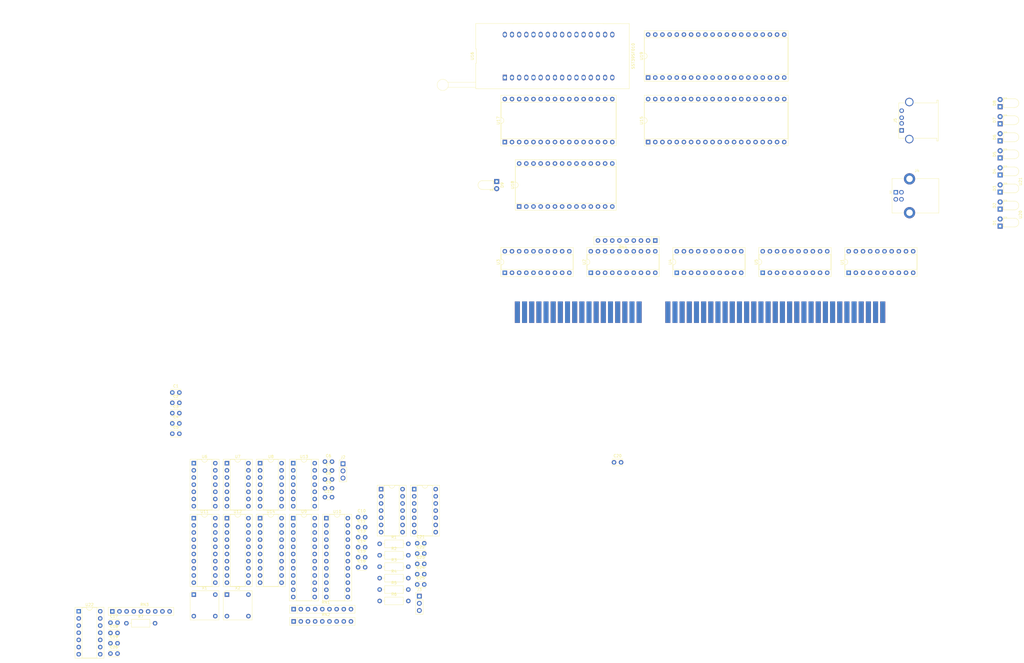
<source format=kicad_pcb>
(kicad_pcb (version 20221018) (generator pcbnew)
  (layers (0 "F.Cu" signal) (31 "B.Cu" signal) (34 "B.Paste" user) (35 "F.Paste" user) (36 "B.SilkS" user "B.Silkscreen") (37 "F.SilkS" user "F.Silkscreen") (38 "B.Mask" user) (39 "F.Mask" user) (44 "Edge.Cuts" user))
  (net 0 "")
  (net 1 "+5V")
  (net 2 "GND")
  (net 3 "Net-(D3-K)")
  (net 4 "Net-(D4-K)")
  (net 5 "Net-(D5-K)")
  (net 6 "Net-(D6-K)")
  (net 7 "D7")
  (net 8 "D6")
  (net 9 "D5")
  (net 10 "D4")
  (net 11 "D3")
  (net 12 "/MOSI")
  (net 13 "/MISO")
  (net 14 "/SCLK")
  (net 15 "/SDA")
  (net 16 "/SCL")
  (net 17 "D2")
  (net 18 "D1")
  (net 19 "D0")
  (net 20 "A15")
  (net 21 "A14")
  (net 22 "A13")
  (net 23 "A12")
  (net 24 "A11")
  (net 25 "A10")
  (net 26 "A9")
  (net 27 "A8")
  (net 28 "A7")
  (net 29 "A6")
  (net 30 "A5")
  (net 31 "A4")
  (net 32 "A3")
  (net 33 "A2")
  (net 34 "A1")
  (net 35 "+3V3")
  (net 36 "A0")
  (net 37 "-12V")
  (net 38 "~{RESET}")
  (net 39 "+12V")
  (net 40 "~{IRQ}2")
  (net 41 "~{M1}")
  (net 42 "CLK2")
  (net 43 "~{MREQ}")
  (net 44 "~{IORQ}")
  (net 45 "~{WR}")
  (net 46 "~{RD}")
  (net 47 "~{BUSRQ}")
  (net 48 "~{BUSAK}")
  (net 49 "~{WAIT}")
  (net 50 "~{HALT}")
  (net 51 "CLK")
  (net 52 "~{IRQ}7")
  (net 53 "~{IRQ}6")
  (net 54 "~{IRQ}5")
  (net 55 "~{IRQ}4")
  (net 56 "~{IRQ}3")
  (net 57 "~{NMI}")
  (net 59 "CTCLK1")
  (net 60 "~{CLK}")
  (net 61 "/TX2")
  (net 62 "BA21")
  (net 63 "BA20")
  (net 64 "BA19")
  (net 65 "BA18")
  (net 66 "BA17")
  (net 67 "BA16")
  (net 68 "BA15")
  (net 69 "/RX2")
  (net 70 "/D8")
  (net 71 "/D9")
  (net 72 "/D10")
  (net 73 "/D11")
  (net 74 "/D12")
  (net 75 "/D13")
  (net 76 "/D14")
  (net 77 "/D15")
  (net 78 "~{IRQ}8")
  (net 79 "~{IRQ}9")
  (net 80 "~{IRQ}10")
  (net 81 "~{IRQ}11")
  (net 82 "~{IRQ}12")
  (net 83 "~{IRQ}13")
  (net 84 "~{IRQ}14")
  (net 85 "~{IRQ}15")
  (net 86 "/USR1")
  (net 87 "/USR2")
  (net 88 "/USR3")
  (net 89 "/USR4")
  (net 90 "/USR5")
  (net 91 "/USR6")
  (net 92 "/USR7")
  (net 93 "~{IRQ}0")
  (net 94 "~{IRQ}1")
  (net 95 "CTC_IEI")
  (net 96 "~{INT}")
  (net 97 "~{ROM_CS}")
  (net 98 "~{RAM_OE}")
  (net 99 "~{CTC_CS}")
  (net 100 "Net-(U20-VUSB)")
  (net 101 "Net-(U21-VUSB)")
  (net 102 "Net-(D9-A)")
  (net 103 "/BufD7")
  (net 104 "/BufD6")
  (net 105 "/BufD5")
  (net 106 "/BufD4")
  (net 107 "/BufD3")
  (net 108 "Net-(D7-K)")
  (net 109 "Net-(D8-K)")
  (net 110 "~{MODE1}")
  (net 111 "/Glue Logic/~{MODE0{slash}2}")
  (net 112 "Net-(D1-K)")
  (net 113 "R_FTRA")
  (net 114 "Net-(D2-K)")
  (net 115 "R_FTRB")
  (net 116 "Net-(D3-A)")
  (net 117 "Net-(D4-A)")
  (net 118 "Net-(D5-A)")
  (net 119 "Net-(D6-A)")
  (net 120 "/Glue Logic/~{ROM_SEL}")
  (net 121 "/Glue Logic/~{RAM_SEL}")
  (net 122 "Net-(D7-A)")
  (net 123 "Net-(D8-A)")
  (net 124 "CTCLK0")
  (net 125 "/TX")
  (net 126 "/RX")
  (net 127 "Net-(J3-Pin_2)")
  (net 129 "~{BANK_RD}")
  (net 130 "~{SIO_CS}")
  (net 132 "~{RAM_CS}")
  (net 133 "/SIO/D1-")
  (net 134 "/SIO/D1+")
  (net 135 "/SIO/D2-")
  (net 136 "/SIO/D2+")
  (net 137 "/BufD2")
  (net 138 "/BufD1")
  (net 139 "/BufD0")
  (net 140 "/IEO")
  (net 141 "/BufA15")
  (net 142 "/BufA14")
  (net 143 "/BufA13")
  (net 144 "/BufA12")
  (net 145 "/BufA11")
  (net 146 "/BufA10")
  (net 147 "/BufA9")
  (net 148 "/BufA8")
  (net 149 "/BufA7")
  (net 150 "/BufA6")
  (net 151 "/BufA5")
  (net 152 "/BufA4")
  (net 153 "/BufA3")
  (net 154 "/BufA2")
  (net 155 "/BufA1")
  (net 156 "/BufA0")
  (net 157 "/~{BufM1}")
  (net 158 "/~{BufMREQ}")
  (net 159 "/~{BufIORQ}")
  (net 160 "/~{BufWR}")
  (net 161 "/~{BufRD}")
  (net 162 "BUS_IEI")
  (net 163 "/~{BufBUSRQ}")
  (net 164 "/~{BufBUSAK}")
  (net 165 "/~{BufWAIT}")
  (net 166 "/~{BufHALT}")
  (net 167 "/USR8")
  (net 168 "Net-(J2-Pin_2)")
  (net 169 "Net-(R7-Pad2)")
  (net 170 "/R8")
  (net 171 "/R7")
  (net 172 "/R6")
  (net 173 "/R5")
  (net 174 "/R4")
  (net 175 "/R3")
  (net 176 "/R2")
  (net 177 "/R1")
  (net 178 "DIR")
  (net 184 "Net-(U7A-C)")
  (net 185 "Net-(U7B-D)")
  (net 186 "Net-(U7B-C)")
  (net 188 "Net-(U11-D4)")
  (net 189 "Net-(U11-D3)")
  (net 190 "Net-(U11-D2)")
  (net 191 "Net-(U11-D1)")
  (net 192 "BANK_WR")
  (net 193 "Net-(U12-Q0)")
  (net 194 "Net-(U12-Q1)")
  (net 195 "Net-(U12-Q2)")
  (net 196 "Net-(U12-Q3)")
  (net 201 "Net-(U18-CLK{slash}TRG3)")
  (net 205 "Net-(U19-RxDA)")
  (net 206 "Net-(U19-TxDA)")
  (net 209 "Net-(U19-TxDB)")
  (net 210 "Net-(U19-RxDB)")
  (footprint "LED_THT:LED_D3.0mm_Horizontal_O1.27mm_Z2.0mm_Clear" (layer "F.Cu") (at 275.882053 75.204553 90)
    (fp_text reference "D6")
    (fp_text value "TX2")
  )
  (footprint "Capacitor_THT:C_Disc_D3.0mm_W2.0mm_P2.50mm" (layer "F.Cu") (at 48.244053 215.744553)
    (fp_text reference "C13")
    (fp_text value "1µF")
  )
  (footprint "Resistor_THT:R_Array_SIP9" (layer "F.Cu") (at -38.905947 242.044553)
    (fp_text reference "RN3")
    (fp_text value "3K3")
  )
  (footprint "Package_DIP:DIP-14_W7.62mm_Socket" (layer "F.Cu") (at 25.244053 189.494553)
    (fp_text reference "U13")
    (fp_text value "74HCT32")
  )
  (footprint "Resistor_THT:R_Axial_DIN0207_L6.3mm_D2.5mm_P10.16mm_Horizontal" (layer "F.Cu") (at 55.894053 218.094553)
    (fp_text reference "R1")
    (fp_text value "150")
  )
  (footprint "Package_DIP:DIP-20_W7.62mm_Socket" (layer "F.Cu") (at 1.744053 208.994553)
    (fp_text reference "U12")
    (fp_text value "74LS273")
  )
  (footprint "0_Library:ZIF_Socket-32" (layer "F.Cu") (at 100.272053 52.769553 90)
    (fp_text reference "U16")
    (fp_text value "SST39SF010")
  )
  (footprint "Capacitor_THT:C_Disc_D3.0mm_W2.0mm_P2.50mm" (layer "F.Cu") (at 48.244053 222.844553)
    (fp_text reference "C15")
    (fp_text value "1µF")
  )
  (footprint "Package_DIP:DIP-14_W7.62mm_Socket" (layer "F.Cu") (at 1.744053 189.494553)
    (fp_text reference "U7")
    (fp_text value "74HCT74")
  )
  (footprint "Capacitor_THT:C_Disc_D3.0mm_W1.6mm_P2.50mm" (layer "F.Cu") (at 36.494053 188.944553)
    (fp_text reference "C6")
    (fp_text value "1µF")
  )
  (footprint "Capacitor_THT:C_Disc_D3.4mm_W2.1mm_P2.50mm" (layer "F.Cu") (at 69.204053 228.844553)
    (fp_text reference "C24")
    (fp_text value "0.47µF")
  )
  (footprint "Package_DIP:DIP-40_W15.24mm_Socket" (layer "F.Cu") (at 151.072053 75.629553 90)
    (fp_text reference "U15")
    (fp_text value "Z84C0010")
  )
  (footprint "Resistor_THT:R_Axial_DIN0207_L6.3mm_D2.5mm_P10.16mm_Horizontal" (layer "F.Cu") (at 55.894053 238.344553)
    (fp_text reference "R6")
    (fp_text value "220")
  )
  (footprint "Capacitor_THT:C_Disc_D3.4mm_W2.1mm_P2.50mm" (layer "F.Cu") (at -17.625947 164.444553)
    (fp_text reference "C1")
    (fp_text value "1µF")
  )
  (footprint "Capacitor_THT:C_Disc_D3.0mm_W2.0mm_P2.50mm" (layer "F.Cu") (at 48.244053 226.394553)
    (fp_text reference "C16")
    (fp_text value "1µF")
  )
  (footprint "Package_DIP:DIP-32_W15.24mm_Socket" (layer "F.Cu") (at 100.272053 75.629553 90)
    (fp_text reference "U17")
    (fp_text value "AS6C4008")
  )
  (footprint "Capacitor_THT:C_Disc_D3.4mm_W2.1mm_P2.50mm" (layer "F.Cu") (at 69.204053 217.894553)
    (fp_text reference "C21")
    (fp_text value "1µF")
  )
  (footprint "Connector_PinHeader_2.54mm:PinHeader_1x03_P2.54mm_Vertical" (layer "F.Cu") (at 42.894053 189.694553)
    (fp_text reference "J2")
    (fp_text value "INT MODE")
  )
  (footprint "LED_THT:LED_D3.0mm_Horizontal_O1.27mm_Z2.0mm_Clear" (layer "F.Cu") (at 97.382053 89.619553 -90)
    (fp_text reference "D9")
    (fp_text value "STATUS")
  )
  (footprint "Capacitor_THT:C_Disc_D3.0mm_W2.0mm_P2.50mm" (layer "F.Cu") (at 48.244053 219.294553)
    (fp_text reference "C14")
    (fp_text value "1µF")
  )
  (footprint "Resistor_THT:R_Axial_DIN0207_L6.3mm_D2.5mm_P10.16mm_Horizontal" (layer "F.Cu") (at 55.894053 226.194553)
    (fp_text reference "R3")
    (fp_text value "330")
  )
  (footprint "Resistor_THT:R_Axial_DIN0207_L6.3mm_D2.5mm_P10.16mm_Horizontal" (layer "F.Cu") (at 55.894053 234.294553)
    (fp_text reference "R5")
    (fp_text value "220")
  )
  (footprint "Capacitor_THT:C_Disc_D3.4mm_W2.1mm_P2.50mm" (layer "F.Cu") (at -17.625947 168.094553)
    (fp_text reference "C2")
    (fp_text value "1µF")
  )
  (footprint "Package_DIP:DIP-24_W7.62mm_Socket" (layer "F.Cu") (at 25.244053 208.994553)
    (fp_text reference "U9")
    (fp_text value "ATF22V10C")
  )
  (footprint "Package_DIP:DIP-20_W7.62mm_Socket" (layer "F.Cu") (at 130.752053 121.984553 90)
    (fp_text reference "U2")
    (fp_text value "74LS245")
  )
  (footprint "Connector_PinHeader_2.54mm:PinHeader_1x03_P2.54mm_Vertical" (layer "F.Cu") (at 69.954053 236.644553)
    (fp_text reference "J3")
    (fp_text value "SIO1 CLK SRC")
  )
  (footprint "LED_THT:LED_D3.0mm_Horizontal_O1.27mm_Z2.0mm_Clear" (layer "F.Cu") (at 275.882053 93.354553 90)
    (fp_text reference "D3")
    (fp_text value "USB2")
  )
  (footprint "Capacitor_THT:C_Disc_D3.4mm_W2.1mm_P2.50mm" (layer "F.Cu") (at -39.555947 246.044553)
    (fp_text reference "C17")
    (fp_text value "1µF")
  )
  (footprint "LED_THT:LED_D3.0mm_Horizontal_O1.27mm_Z2.0mm_Clear" (layer "F.Cu") (at 275.882053 69.154553 90)
    (fp_text reference "D7")
    (fp_text value "RX2")
  )
  (footprint "Resistor_THT:R_Array_SIP9" (layer "F.Cu") (at 153.612053 110.554553 180)
    (fp_text reference "RN4")
    (fp_text value "3K3")
  )
  (footprint "Resistor_THT:R_Axial_DIN0207_L6.3mm_D2.5mm_P10.16mm_Horizontal" (layer "F.Cu") (at 55.894053 230.244553)
    (fp_text reference "R4")
    (fp_text value "330")
  )
  (footprint "Resistor_THT:R_Array_SIP9" (layer "F.Cu") (at 25.394053 245.594553)
    (fp_text reference "RN2")
    (fp_text value "3K3")
  )
  (footprint "Package_DIP:DIP-20_W7.62mm_Socket" (layer "F.Cu") (at 191.712053 121.984553 90)
    (fp_text reference "U5")
    (fp_text value "74LS245")
  )
  (footprint "LED_THT:LED_D3.0mm_Horizontal_O1.27mm_Z2.0mm_Clear" (layer "F.Cu") (at 275.882053 63.104553 90)
    (fp_text reference "D8")
    (fp_text value "RX2")
  )
  (footprint "Package_DIP:DIP-24_W7.62mm_Socket" (layer "F.Cu") (at 36.994053 208.994553)
    (fp_text reference "U10")
    (fp_text value "ATF22V10C")
  )
  (footprint "0_Library:BUS_AT v2" (layer "F.Cu") (at 234.257053 139.764553)
    (fp_text reference "J1" hide)
    (fp_text value "BUS 1" hide)
  )
  (footprint "Package_DIP:DIP-28_W15.24mm_Socket" (layer "F.Cu") (at 105.352053 98.489553 90)
    (fp_text reference "U18")
    (fp_text value "Z84C3010 CTC")
  )
  (footprint "LED_THT:LED_D3.0mm_Horizontal_O1.27mm_Z2.0mm_Clear" (layer "F.Cu") (at 275.882053 105.454553 90)
    (fp_text reference "D1")
    (fp_text value "USER1")
  )
  (footprint "LED_THT:LED_D3.0mm_Horizontal_O1.27mm_Z2.0mm_Clear" (layer "F.Cu") (at 275.882053 99.404553 90)
    (fp_text reference "D2")
    (fp_text value "USER2")
  )
  (footprint "0_Library:DIP-8-4_W7.62mm_Oscillator_Socket" (layer "F.Cu") (at -10.005947 236.094553)
    (fp_text reference "X1")
    (fp_text value "20 MHz")
  )
  (footprint "Package_DIP:DIP-20_W7.62mm_Socket" (layer "F.Cu") (at -10.005947 208.994553)
    (fp_text reference "U11")
    (fp_text value "74HCT373")
  )
  (footprint "Package_DIP:DIP-20_W7.62mm_Socket" (layer "F.Cu") (at 13.494053 208.994553)
    (fp_text reference "U14")
    (fp_text value "74HCT373")
  )
  (footprint "Capacitor_THT:C_Disc_D3.4mm_W2.1mm_P2.50mm" (layer "F.Cu") (at -39.555947 253.344553)
    (fp_text reference "C19")
    (fp_text value "1µF")
  )
  (footprint "Connector_USB:USB_A_Stewart_SS-52100-001_Horizontal" (layer "F.Cu") (at 240.967053 71.509553 90)
    (fp_text reference "J5")
    (fp_text value "COM 2")
  )
  (footprint "Capacitor_THT:C_Disc_D3.4mm_W2.1mm_P2.50mm" (layer "F.Cu") (at -17.625947 179.044553)
    (fp_text reference "C5")
    (fp_text value "1µF")
  )
  (footprint "Capacitor_THT:C_Disc_D3.4mm_W2.1mm_P2.50mm" (layer "F.Cu") (at 138.984053 189.194553)
    (fp_text reference "C20")
    (fp_text value "1µF")
  )
  (footprint "0_Library:DIP-8-4_W7.62mm_Oscillator_Socket" (layer "F.Cu") (at 1.744053 236.094553)
    (fp_text reference "X2")
    (fp_text value "7.3728 MHz")
  )
  (footprint "Capacitor_THT:C_Disc_D3.0mm_W1.6mm_P2.50mm" (layer "F.Cu") (at 36.494053 198.394553)
    (fp_text reference "C9")
    (fp_text value "1µF")
  )
  (footprint "Package_DIP:DIP-20_W7.62mm_Socket" (layer "F.Cu") (at 161.232053 121.984553 90)
    (fp_text reference "U4")
    (fp_text value "74LS245")
  )
  (footprint "Capacitor_THT:C_Disc_D3.4mm_W2.1mm_P2.50mm" (layer "F.Cu") (at 69.204053 221.544553)
    (fp_text reference "C22")
    (fp_text value "1µF")
  )
  (footprint "Capacitor_THT:C_Disc_D3.4mm_W2.1mm_P2.50mm" (layer "F.Cu") (at -17.625947 175.394553)
    (fp_text reference "C4")
    (fp_text value "1µF")
  )
  (footprint "LED_THT:LED_D3.0mm_Horizontal_O1.27mm_Z2.0mm_Clear" (layer "F.Cu") (at 275.882053 81.254553 90)
    (fp_text reference "D5")
    (fp_text value "TX2")
  )
  (footprint "Package_DIP:DIP-20_W7.62mm_Socket" (layer "F.Cu") (at 100.272053 121.984553 90)
    (fp_text reference "U3")
    (fp_text value "74LS244")
  )
  (footprint "Capacitor_THT:C_Disc_D3.4mm_W2.1mm_P2.50mm" (layer "F.Cu") (at -39.555947 256.994553)
    (fp_text reference "C26")
    (fp_text value "1µF")
  )
  (footprint "Package_DIP:DIP-14_W7.62mm_Socket" (layer "F.Cu") (at 56.394053 198.694553)
    (fp_text reference "U20")
    (fp_text value "MCP2221A")
  )
  (footprint "LED_THT:LED_D3.0mm_Horizontal_O1.27mm_Z2.0mm_Clear" (layer "F.Cu") (at 275.882053 87.304553 90)
    (fp_text reference "D4")
    (fp_text value "USB2")
  )
  (footprint "Capacitor_THT:C_Disc_D3.0mm_W1.6mm_P2.50mm" (layer "F.Cu") (at 36.494053 195.244553)
    (fp_text reference "C8")
    (fp_text value "1µF")
  )
  (footprint "Capacitor_THT:C_Disc_D3.0mm_W1.6mm_P2.50mm" (layer "F.Cu") (at 36.494053 201.544553)
    (fp_text reference "C12")
    (fp_text value "1µF")
  )
  (footprint "Capacitor_THT:C_Disc_D3.0mm_W2.0mm_P2.50mm" (layer "F.Cu") (at 48.244053 212.194553)
    (fp_text reference "C11")
    (fp_text value "1µF")
  )
  (footprint "Capacitor_THT:C_Disc_D3.4mm_W2.1mm_P2.50mm" (layer "F.Cu") (at 69.204053 232.494553)
    (fp_text reference "C25")
    (fp_text value "0.47µF")
  )
  (footprint "Package_DIP:DIP-14_W7.62mm_Socket" (layer "F.Cu") (at 68.144053 198.694553)
    (fp_text reference "U21")
    (fp_text value "MCP2221A")
  )
  (footprint "Package_DIP:DIP-14_W7.62mm_Socket" (layer "F.Cu") (at -50.805947 241.994553)
    (fp_text reference "U22")
    (fp_text value "74LS30")
  )
  (footprint "Package_DIP:DIP-14_W7.62mm_Socket" (layer "F.Cu") (at -10.005947 189.494553)
    (fp_text reference "U6")
    (fp_text value "74HCT132")
  )
  (footprint "Resistor_THT:R_Axial_DIN0207_L6.3mm_D2.5mm_P10.16mm_Horizontal" (layer "F.Cu") (at -33.905947 246.244553)
    (fp_text reference "R7")
    (fp_text value "2K2")
  )
  (footprint "Capacitor_THT:C_Disc_D3.4mm_W2.1mm_P2.50mm" (layer "F.Cu") (at 69.204053 225.194553)
    (fp_text reference "C23")
    (fp_text value "1µF")
  )
  (footprint "Capacitor_THT:C_Disc_D3.4mm_W2.1mm_P2.50mm" (layer "F.Cu") (at -17.625947 171.744553)
    (fp_text reference "C3")
    (fp_text value "1µF")
  )
  (footprint "Resistor_THT:R_Axial_DIN0207_L6.3mm_D2.5mm_P10.16mm_Horizontal" (layer "F.Cu") (at 55.894053 222.144553)
    (fp_text reference "R2")
    (fp_text value "150")
  )
  (footprint "Resistor_THT:R_Array_SIP9" (layer "F.Cu") (at 25.394053 241.244553)
    (fp_text reference "RN1")
    (fp_text value "3K3")
  )
  (footprint "Capacitor_THT:C_Disc_D3.0mm_W2.0mm_P2.50mm" (layer "F.Cu") (at 48.244053 208.644553)
    (fp_text reference "C10")
    (fp_text value "1µF")
  )
  (footprint "Capacitor_THT:C_Disc_D3.4mm_W2.1mm_P2.50mm" (layer "F.Cu") (at -39.555947 249.694553)
    (fp_text reference "C18")
    (fp_text value "1µF")
  )
  (footprint "Package_DIP:DIP-14_W7.62mm_Socket" (layer "F.Cu") (at 13.494053 189.494553)
    (fp_text reference "U8")
    (fp_text value "74HCT32")
  )
  (footprint "Capacitor_THT:C_Disc_D3.0mm_W1.6mm_P2.50mm" (layer "F.Cu") (at 36.494053 192.094553)
    (fp_text reference "C7")
    (fp_text value "1µF")
  )
  (footprint "Connector_USB:USB_B_Lumberg_2411_02_Horizontal" (layer "F.Cu") (at 238.899553 93.429553)
    (fp_text reference "J4")
    (fp_text value "COM 1")
  )
  (footprint "Package_DIP:DIP-40_W15.24mm_Socket" (layer "F.Cu") (at 151.072053 52.769553 90)
    (fp_text reference "U19")
    (fp_text value "Z84C4010")
  )
  (footprint "Package_DIP:DIP-20_W7.62mm_Socket" (layer "F.Cu") (at 222.192053 121.984553 90)
    (fp_text reference "U1")
    (fp_text value "74LS245")
  )
)
</source>
